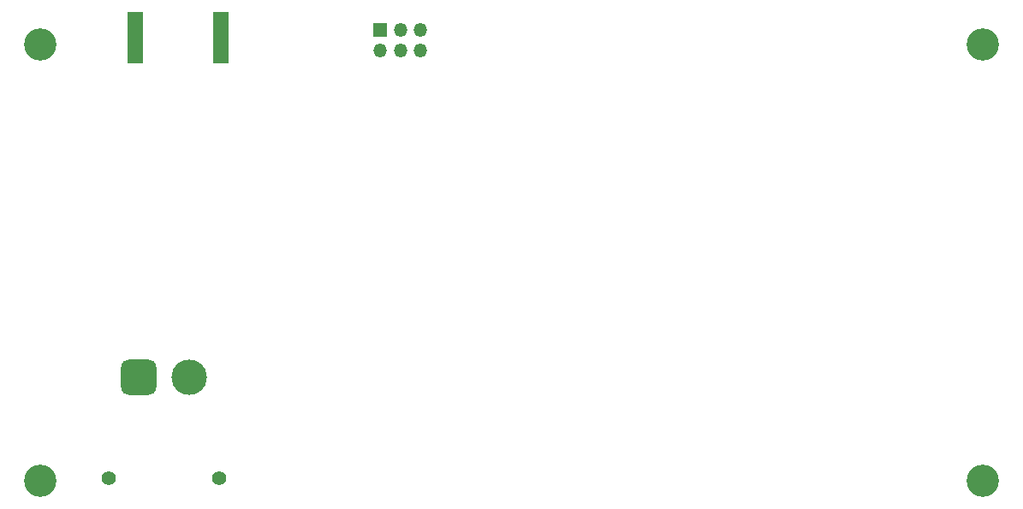
<source format=gbs>
%TF.GenerationSoftware,KiCad,Pcbnew,9.0.0*%
%TF.CreationDate,2025-06-26T17:33:30-04:00*%
%TF.ProjectId,gps-seven-seg-clock,6770732d-7365-4766-956e-2d7365672d63,rev?*%
%TF.SameCoordinates,Original*%
%TF.FileFunction,Soldermask,Bot*%
%TF.FilePolarity,Negative*%
%FSLAX46Y46*%
G04 Gerber Fmt 4.6, Leading zero omitted, Abs format (unit mm)*
G04 Created by KiCad (PCBNEW 9.0.0) date 2025-06-26 17:33:30*
%MOMM*%
%LPD*%
G01*
G04 APERTURE LIST*
G04 Aperture macros list*
%AMRoundRect*
0 Rectangle with rounded corners*
0 $1 Rounding radius*
0 $2 $3 $4 $5 $6 $7 $8 $9 X,Y pos of 4 corners*
0 Add a 4 corners polygon primitive as box body*
4,1,4,$2,$3,$4,$5,$6,$7,$8,$9,$2,$3,0*
0 Add four circle primitives for the rounded corners*
1,1,$1+$1,$2,$3*
1,1,$1+$1,$4,$5*
1,1,$1+$1,$6,$7*
1,1,$1+$1,$8,$9*
0 Add four rect primitives between the rounded corners*
20,1,$1+$1,$2,$3,$4,$5,0*
20,1,$1+$1,$4,$5,$6,$7,0*
20,1,$1+$1,$6,$7,$8,$9,0*
20,1,$1+$1,$8,$9,$2,$3,0*%
G04 Aperture macros list end*
%ADD10C,3.200000*%
%ADD11C,1.400000*%
%ADD12RoundRect,0.770000X0.980000X0.980000X-0.980000X0.980000X-0.980000X-0.980000X0.980000X-0.980000X0*%
%ADD13C,3.500000*%
%ADD14R,1.350000X1.350000*%
%ADD15O,1.350000X1.350000*%
%ADD16R,1.500000X5.080000*%
G04 APERTURE END LIST*
D10*
%TO.C,H4*%
X83400000Y-71600000D03*
%TD*%
%TO.C,H3*%
X83400000Y-28400000D03*
%TD*%
%TO.C,H2*%
X176600000Y-71600000D03*
%TD*%
%TO.C,H1*%
X176600000Y-28400000D03*
%TD*%
D11*
%TO.C,J5*%
X101100000Y-71325000D03*
X90100000Y-71325000D03*
D12*
X93100000Y-61325000D03*
D13*
X98100000Y-61325000D03*
%TD*%
D14*
%TO.C,J4*%
X117000000Y-27000000D03*
D15*
X117000000Y-29000000D03*
X119000000Y-27000000D03*
X119000000Y-29000000D03*
X121000000Y-27000000D03*
X121000000Y-29000000D03*
%TD*%
D16*
%TO.C,J1*%
X92750000Y-27762500D03*
X101250000Y-27762500D03*
%TD*%
M02*

</source>
